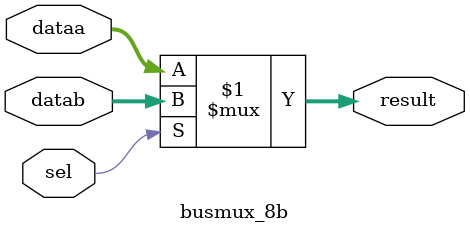
<source format=v>



module busmux_8b(sel,dataa,datab,result);
input sel;
input [7:0] dataa;
input [7:0] datab;
output [7:0] result;

assign result=sel?datab:dataa;


endmodule

</source>
